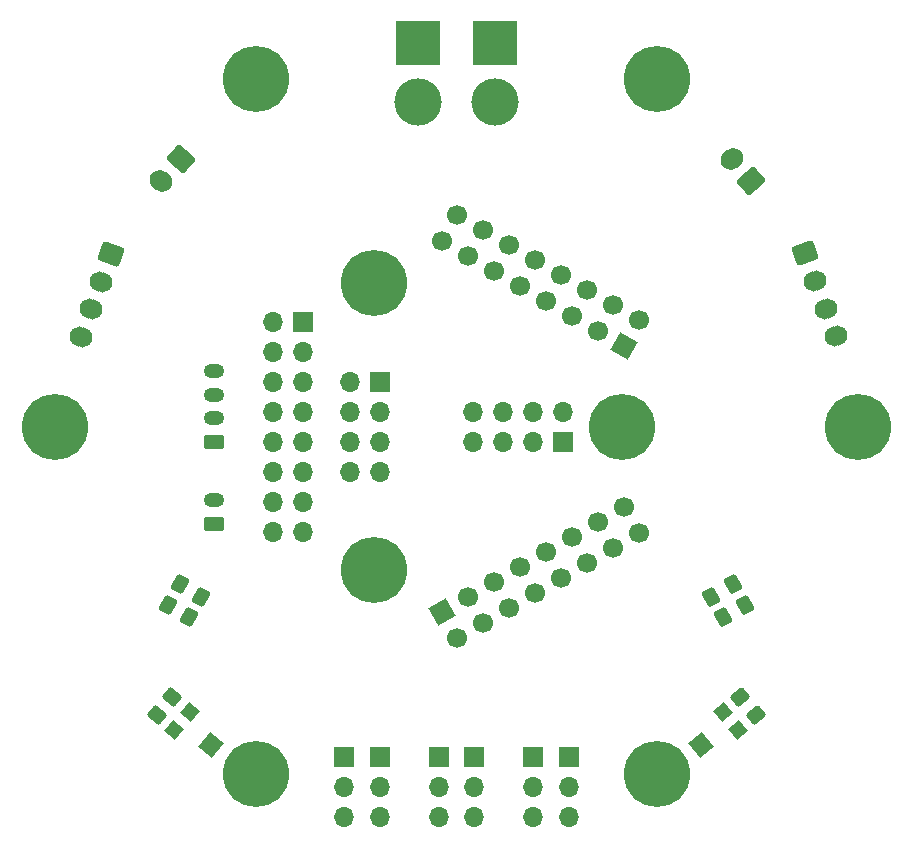
<source format=gbr>
%TF.GenerationSoftware,KiCad,Pcbnew,8.0.1-rc1*%
%TF.CreationDate,2024-04-17T17:45:35-07:00*%
%TF.ProjectId,Toolhead Board Breakout,546f6f6c-6865-4616-9420-426f61726420,rev?*%
%TF.SameCoordinates,Original*%
%TF.FileFunction,Soldermask,Top*%
%TF.FilePolarity,Negative*%
%FSLAX46Y46*%
G04 Gerber Fmt 4.6, Leading zero omitted, Abs format (unit mm)*
G04 Created by KiCad (PCBNEW 8.0.1-rc1) date 2024-04-17 17:45:35*
%MOMM*%
%LPD*%
G01*
G04 APERTURE LIST*
G04 Aperture macros list*
%AMRoundRect*
0 Rectangle with rounded corners*
0 $1 Rounding radius*
0 $2 $3 $4 $5 $6 $7 $8 $9 X,Y pos of 4 corners*
0 Add a 4 corners polygon primitive as box body*
4,1,4,$2,$3,$4,$5,$6,$7,$8,$9,$2,$3,0*
0 Add four circle primitives for the rounded corners*
1,1,$1+$1,$2,$3*
1,1,$1+$1,$4,$5*
1,1,$1+$1,$6,$7*
1,1,$1+$1,$8,$9*
0 Add four rect primitives between the rounded corners*
20,1,$1+$1,$2,$3,$4,$5,0*
20,1,$1+$1,$4,$5,$6,$7,0*
20,1,$1+$1,$6,$7,$8,$9,0*
20,1,$1+$1,$8,$9,$2,$3,0*%
%AMHorizOval*
0 Thick line with rounded ends*
0 $1 width*
0 $2 $3 position (X,Y) of the first rounded end (center of the circle)*
0 $4 $5 position (X,Y) of the second rounded end (center of the circle)*
0 Add line between two ends*
20,1,$1,$2,$3,$4,$5,0*
0 Add two circle primitives to create the rounded ends*
1,1,$1,$2,$3*
1,1,$1,$4,$5*%
%AMRotRect*
0 Rectangle, with rotation*
0 The origin of the aperture is its center*
0 $1 length*
0 $2 width*
0 $3 Rotation angle, in degrees counterclockwise*
0 Add horizontal line*
21,1,$1,$2,0,0,$3*%
G04 Aperture macros list end*
%ADD10RoundRect,0.250000X0.119744X-0.557370X0.569696X-0.021139X-0.119744X0.557370X-0.569696X0.021139X0*%
%ADD11C,5.600000*%
%ADD12RoundRect,0.250000X0.625000X-0.350000X0.625000X0.350000X-0.625000X0.350000X-0.625000X-0.350000X0*%
%ADD13O,1.750000X1.200000*%
%ADD14RoundRect,0.250000X-0.529784X-0.242612X0.054784X-0.580112X0.529784X0.242612X-0.054784X0.580112X0*%
%ADD15RoundRect,0.250000X-0.569696X-0.021139X-0.119744X-0.557370X0.569696X0.021139X0.119744X0.557370X0*%
%ADD16RoundRect,0.250000X-0.155880X0.947735X-0.958837X0.055961X0.155880X-0.947735X0.958837X-0.055961X0*%
%ADD17HorizOval,1.700000X-0.111472X0.100370X0.111472X-0.100370X0*%
%ADD18R,3.800000X3.800000*%
%ADD19C,4.000000*%
%ADD20RotRect,1.200000X1.200000X220.000000*%
%ADD21RotRect,1.500000X1.600000X220.000000*%
%ADD22RoundRect,0.250000X-0.886489X0.315851X-0.476065X-0.811780X0.886489X-0.315851X0.476065X0.811780X0*%
%ADD23HorizOval,1.700000X-0.117462X-0.042753X0.117462X0.042753X0*%
%ADD24R,1.700000X1.700000*%
%ADD25O,1.700000X1.700000*%
%ADD26RoundRect,0.250000X0.958837X0.055961X0.155880X0.947735X-0.958837X-0.055961X-0.155880X-0.947735X0*%
%ADD27HorizOval,1.700000X0.111472X0.100370X-0.111472X-0.100370X0*%
%ADD28RoundRect,0.250000X-0.476065X0.811780X-0.886489X-0.315851X0.476065X-0.811780X0.886489X0.315851X0*%
%ADD29HorizOval,1.700000X-0.117462X0.042753X0.117462X-0.042753X0*%
%ADD30RoundRect,0.250000X0.054784X0.580112X-0.529784X0.242612X-0.054784X-0.580112X0.529784X-0.242612X0*%
%ADD31RotRect,1.200000X1.200000X320.000000*%
%ADD32RotRect,1.500000X1.600000X320.000000*%
%ADD33RotRect,1.700000X1.700000X60.000000*%
%ADD34HorizOval,1.700000X0.000000X0.000000X0.000000X0.000000X0*%
%ADD35RotRect,1.700000X1.700000X300.000000*%
%ADD36HorizOval,1.700000X0.000000X0.000000X0.000000X0.000000X0*%
G04 APERTURE END LIST*
D10*
%TO.C,R4*%
X49668069Y-99433241D03*
X50953645Y-97901153D03*
%TD*%
D11*
%TO.C,H1*%
X68000000Y-87124356D03*
%TD*%
%TO.C,H1*%
X68000000Y-62875644D03*
%TD*%
D12*
%TO.C,J13*%
X54500000Y-83250000D03*
D13*
X54500000Y-81250000D03*
%TD*%
D14*
%TO.C,C3*%
X51605875Y-88348720D03*
X53402877Y-89386220D03*
%TD*%
D11*
%TO.C,H2*%
X92000000Y-45555136D03*
%TD*%
D15*
%TO.C,R2*%
X99046355Y-97901153D03*
X100331931Y-99433241D03*
%TD*%
D16*
%TO.C,J18*%
X51702786Y-52341053D03*
D17*
X50029959Y-54198915D03*
%TD*%
D14*
%TO.C,C4*%
X50605875Y-90080770D03*
X52402877Y-91118270D03*
%TD*%
D18*
%TO.C,J15*%
X71750000Y-42500001D03*
D19*
X71750000Y-47500001D03*
%TD*%
D20*
%TO.C,R1*%
X98876447Y-100654538D03*
D21*
X95744015Y-101977553D03*
D20*
X97590871Y-99122449D03*
%TD*%
D22*
%TO.C,J6*%
X104544950Y-60300769D03*
D23*
X105400000Y-62650001D03*
X106255051Y-64999232D03*
X107110101Y-67348464D03*
%TD*%
D24*
%TO.C,J11*%
X68500002Y-102950000D03*
D25*
X68500002Y-105490000D03*
X68500002Y-108030000D03*
%TD*%
D11*
%TO.C,H2*%
X58000000Y-45555136D03*
%TD*%
D12*
%TO.C,J14*%
X54500000Y-76290000D03*
D13*
X54500000Y-74290000D03*
X54500000Y-72290000D03*
X54500000Y-70290000D03*
%TD*%
D11*
%TO.C,H2*%
X41000000Y-75000000D03*
%TD*%
D26*
%TO.C,J17*%
X99970042Y-54198915D03*
D27*
X98297215Y-52341053D03*
%TD*%
D11*
%TO.C,H2*%
X92000000Y-104444864D03*
%TD*%
D24*
%TO.C,J9*%
X76500000Y-102949999D03*
D25*
X76500000Y-105489999D03*
X76500000Y-108029999D03*
%TD*%
D28*
%TO.C,J22*%
X45766059Y-60369049D03*
D29*
X44911009Y-62718281D03*
X44055958Y-65067512D03*
X43200908Y-67416744D03*
%TD*%
D11*
%TO.C,H2*%
X109000000Y-75000000D03*
%TD*%
D24*
%TO.C,J10*%
X73500001Y-102949999D03*
D25*
X73500001Y-105489999D03*
X73500001Y-108029999D03*
%TD*%
D11*
%TO.C,H2*%
X58000000Y-104444864D03*
%TD*%
%TO.C,H1*%
X89000000Y-75000000D03*
%TD*%
D24*
%TO.C,J7*%
X84500000Y-102949999D03*
D25*
X84500000Y-105489999D03*
X84500000Y-108029999D03*
%TD*%
D30*
%TO.C,C2*%
X98394125Y-88348720D03*
X96597123Y-89386220D03*
%TD*%
D31*
%TO.C,R3*%
X52409129Y-99122449D03*
D32*
X54255985Y-101977553D03*
D31*
X51123553Y-100654538D03*
%TD*%
D24*
%TO.C,J8*%
X81500000Y-102949999D03*
D25*
X81500000Y-105489999D03*
X81500000Y-108029999D03*
%TD*%
D30*
%TO.C,C1*%
X99394125Y-90080770D03*
X97597123Y-91118270D03*
%TD*%
D24*
%TO.C,J12*%
X65500000Y-102949999D03*
D25*
X65500000Y-105489999D03*
X65500000Y-108029999D03*
%TD*%
D18*
%TO.C,J21*%
X78250001Y-42500001D03*
D19*
X78250001Y-47500001D03*
%TD*%
D24*
%TO.C,J1*%
X62000000Y-66110000D03*
D25*
X59460000Y-66110000D03*
X62000000Y-68650000D03*
X59460000Y-68650000D03*
X62000000Y-71190000D03*
X59460000Y-71190000D03*
X62000000Y-73730000D03*
X59460000Y-73730000D03*
X62000000Y-76270000D03*
X59460000Y-76270000D03*
X62000000Y-78810000D03*
X59460000Y-78810000D03*
X62000000Y-81350000D03*
X59460000Y-81350000D03*
X62000000Y-83890000D03*
X59460000Y-83890000D03*
%TD*%
D24*
%TO.C,J5*%
X84000000Y-76270000D03*
D25*
X84000000Y-73730000D03*
X81460000Y-76270000D03*
X81460000Y-73730000D03*
X78920000Y-76270000D03*
X78920000Y-73730000D03*
X76380000Y-76270000D03*
X76380000Y-73730000D03*
%TD*%
D33*
%TO.C,J2*%
X89198966Y-68186670D03*
D34*
X90468966Y-65986965D03*
X86999261Y-66916670D03*
X88269261Y-64716965D03*
X84799557Y-65646670D03*
X86069557Y-63446965D03*
X82599852Y-64376670D03*
X83869852Y-62176965D03*
X80400148Y-63106670D03*
X81670148Y-60906965D03*
X78200443Y-61836670D03*
X79470443Y-59636965D03*
X76000739Y-60566670D03*
X77270739Y-58366965D03*
X73801034Y-59296670D03*
X75071033Y-57096965D03*
%TD*%
D35*
%TO.C,J3*%
X73801034Y-90703330D03*
D36*
X75071034Y-92903035D03*
X76000739Y-89433330D03*
X77270739Y-91633035D03*
X78200443Y-88163330D03*
X79470443Y-90363035D03*
X80400148Y-86893330D03*
X81670148Y-89093035D03*
X82599852Y-85623330D03*
X83869852Y-87823035D03*
X84799557Y-84353330D03*
X86069557Y-86553035D03*
X86999261Y-83083330D03*
X88269261Y-85283035D03*
X89198966Y-81813330D03*
X90468966Y-84013035D03*
%TD*%
D24*
%TO.C,J4*%
X68500000Y-71190000D03*
D25*
X65960000Y-71190000D03*
X68500000Y-73730000D03*
X65960000Y-73730000D03*
X68500000Y-76270000D03*
X65960000Y-76270000D03*
X68500000Y-78810000D03*
X65960000Y-78810000D03*
%TD*%
M02*

</source>
